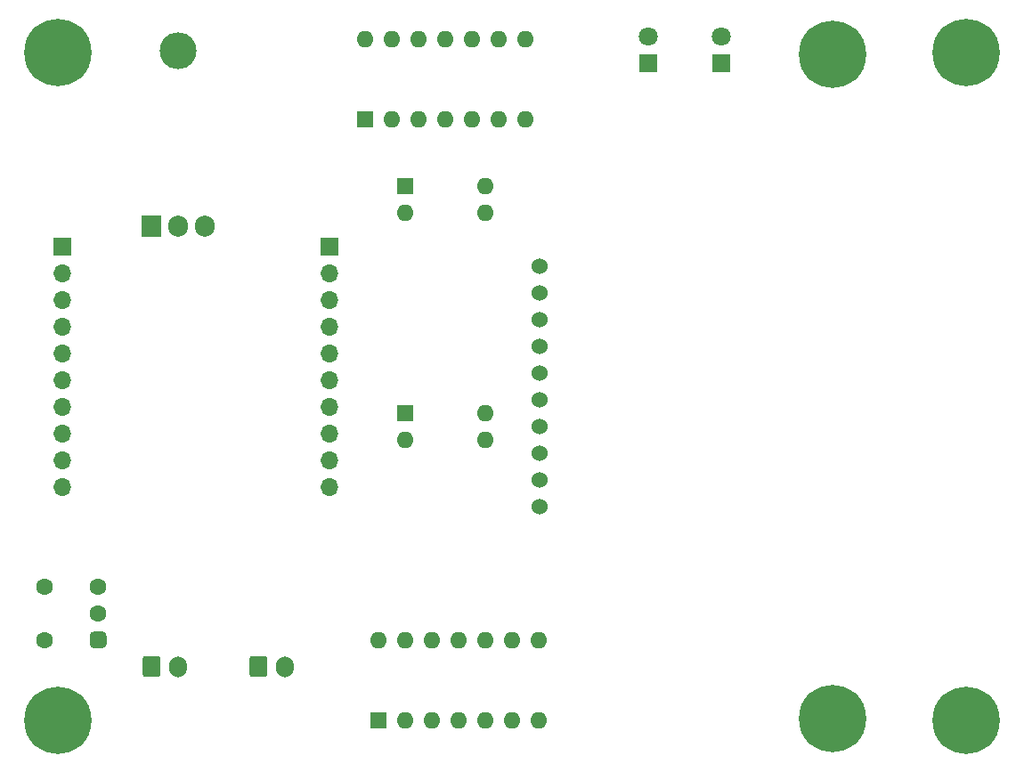
<source format=gbr>
%TF.GenerationSoftware,KiCad,Pcbnew,(5.1.9)-1*%
%TF.CreationDate,2022-07-08T18:11:12+09:00*%
%TF.ProjectId,Receiver,52656365-6976-4657-922e-6b696361645f,rev?*%
%TF.SameCoordinates,Original*%
%TF.FileFunction,Soldermask,Top*%
%TF.FilePolarity,Negative*%
%FSLAX46Y46*%
G04 Gerber Fmt 4.6, Leading zero omitted, Abs format (unit mm)*
G04 Created by KiCad (PCBNEW (5.1.9)-1) date 2022-07-08 18:11:12*
%MOMM*%
%LPD*%
G01*
G04 APERTURE LIST*
%ADD10C,6.400000*%
%ADD11C,0.800000*%
%ADD12R,1.700000X1.700000*%
%ADD13O,1.700000X1.700000*%
%ADD14O,1.700000X2.000000*%
%ADD15R,1.600000X1.600000*%
%ADD16O,1.600000X1.600000*%
%ADD17R,1.800000X1.800000*%
%ADD18C,1.800000*%
%ADD19C,1.524000*%
%ADD20O,3.500000X3.500000*%
%ADD21R,1.905000X2.000000*%
%ADD22O,1.905000X2.000000*%
%ADD23C,1.600000*%
G04 APERTURE END LIST*
D10*
%TO.C,REF\u002A\u002A*%
X177749200Y-148437600D03*
D11*
X180149200Y-148437600D03*
X179446256Y-150134656D03*
X177749200Y-150837600D03*
X176052144Y-150134656D03*
X175349200Y-148437600D03*
X176052144Y-146740544D03*
X177749200Y-146037600D03*
X179446256Y-146740544D03*
%TD*%
%TO.C,REF\u002A\u002A*%
X179497056Y-83596144D03*
X177800000Y-82893200D03*
X176102944Y-83596144D03*
X175400000Y-85293200D03*
X176102944Y-86990256D03*
X177800000Y-87693200D03*
X179497056Y-86990256D03*
X180200000Y-85293200D03*
D10*
X177800000Y-85293200D03*
%TD*%
D12*
%TO.C,J3*%
X104540000Y-103580000D03*
D13*
X104540000Y-106120000D03*
X104540000Y-108660000D03*
X104540000Y-111200000D03*
X104540000Y-113740000D03*
X104540000Y-116280000D03*
X104540000Y-118820000D03*
X104540000Y-121360000D03*
X104540000Y-123900000D03*
X104540000Y-126440000D03*
%TD*%
%TO.C,J4*%
X129940000Y-126440000D03*
X129940000Y-123900000D03*
X129940000Y-121360000D03*
X129940000Y-118820000D03*
X129940000Y-116280000D03*
X129940000Y-113740000D03*
X129940000Y-111200000D03*
X129940000Y-108660000D03*
X129940000Y-106120000D03*
D12*
X129940000Y-103580000D03*
%TD*%
%TO.C,J5*%
G36*
G01*
X122340000Y-144260000D02*
X122340000Y-142760000D01*
G75*
G02*
X122590000Y-142510000I250000J0D01*
G01*
X123790000Y-142510000D01*
G75*
G02*
X124040000Y-142760000I0J-250000D01*
G01*
X124040000Y-144260000D01*
G75*
G02*
X123790000Y-144510000I-250000J0D01*
G01*
X122590000Y-144510000D01*
G75*
G02*
X122340000Y-144260000I0J250000D01*
G01*
G37*
D14*
X125690000Y-143510000D03*
%TD*%
%TO.C,J6*%
G36*
G01*
X112180000Y-144260000D02*
X112180000Y-142760000D01*
G75*
G02*
X112430000Y-142510000I250000J0D01*
G01*
X113630000Y-142510000D01*
G75*
G02*
X113880000Y-142760000I0J-250000D01*
G01*
X113880000Y-144260000D01*
G75*
G02*
X113630000Y-144510000I-250000J0D01*
G01*
X112430000Y-144510000D01*
G75*
G02*
X112180000Y-144260000I0J250000D01*
G01*
G37*
X115530000Y-143510000D03*
%TD*%
D15*
%TO.C,U1*%
X137160000Y-97790000D03*
D16*
X144780000Y-100330000D03*
X137160000Y-100330000D03*
X144780000Y-97790000D03*
%TD*%
D17*
%TO.C,D1*%
X160220000Y-86120000D03*
D18*
X160220000Y-83580000D03*
%TD*%
%TO.C,D2*%
X167220000Y-83580000D03*
D17*
X167220000Y-86120000D03*
%TD*%
D10*
%TO.C,H1*%
X104140000Y-85090000D03*
D11*
X106540000Y-85090000D03*
X105837056Y-86787056D03*
X104140000Y-87490000D03*
X102442944Y-86787056D03*
X101740000Y-85090000D03*
X102442944Y-83392944D03*
X104140000Y-82690000D03*
X105837056Y-83392944D03*
%TD*%
%TO.C,H2*%
X105837056Y-146892944D03*
X104140000Y-146190000D03*
X102442944Y-146892944D03*
X101740000Y-148590000D03*
X102442944Y-150287056D03*
X104140000Y-150990000D03*
X105837056Y-150287056D03*
X106540000Y-148590000D03*
D10*
X104140000Y-148590000D03*
%TD*%
%TO.C,H3*%
X190500000Y-148590000D03*
D11*
X192900000Y-148590000D03*
X192197056Y-150287056D03*
X190500000Y-150990000D03*
X188802944Y-150287056D03*
X188100000Y-148590000D03*
X188802944Y-146892944D03*
X190500000Y-146190000D03*
X192197056Y-146892944D03*
%TD*%
%TO.C,H4*%
X192197056Y-83392944D03*
X190500000Y-82690000D03*
X188802944Y-83392944D03*
X188100000Y-85090000D03*
X188802944Y-86787056D03*
X190500000Y-87490000D03*
X192197056Y-86787056D03*
X192900000Y-85090000D03*
D10*
X190500000Y-85090000D03*
%TD*%
D15*
%TO.C,SW2*%
X137160000Y-119380000D03*
D16*
X144780000Y-121920000D03*
X137160000Y-121920000D03*
X144780000Y-119380000D03*
%TD*%
D19*
%TO.C,U2*%
X149936200Y-113055400D03*
X149936200Y-115595400D03*
X149936200Y-118135400D03*
X149936200Y-120675400D03*
X149936200Y-123215400D03*
X149936200Y-125755400D03*
X149936200Y-128295400D03*
X149936200Y-110515400D03*
X149936200Y-107975400D03*
X149936200Y-105435400D03*
%TD*%
D20*
%TO.C,U3*%
X115570000Y-84940000D03*
D21*
X113030000Y-101600000D03*
D22*
X115570000Y-101600000D03*
X118110000Y-101600000D03*
%TD*%
D15*
%TO.C,U4*%
X134620000Y-148590000D03*
D16*
X149860000Y-140970000D03*
X137160000Y-148590000D03*
X147320000Y-140970000D03*
X139700000Y-148590000D03*
X144780000Y-140970000D03*
X142240000Y-148590000D03*
X142240000Y-140970000D03*
X144780000Y-148590000D03*
X139700000Y-140970000D03*
X147320000Y-148590000D03*
X137160000Y-140970000D03*
X149860000Y-148590000D03*
X134620000Y-140970000D03*
%TD*%
%TO.C,U5*%
X133350000Y-83820000D03*
X148590000Y-91440000D03*
X135890000Y-83820000D03*
X146050000Y-91440000D03*
X138430000Y-83820000D03*
X143510000Y-91440000D03*
X140970000Y-83820000D03*
X140970000Y-91440000D03*
X143510000Y-83820000D03*
X138430000Y-91440000D03*
X146050000Y-83820000D03*
X135890000Y-91440000D03*
X148590000Y-83820000D03*
D15*
X133350000Y-91440000D03*
%TD*%
D23*
%TO.C,SW1*%
X102870000Y-135890000D03*
X102870000Y-140970000D03*
G36*
G01*
X107150000Y-141370000D02*
X107150000Y-140570000D01*
G75*
G02*
X107550000Y-140170000I400000J0D01*
G01*
X108350000Y-140170000D01*
G75*
G02*
X108750000Y-140570000I0J-400000D01*
G01*
X108750000Y-141370000D01*
G75*
G02*
X108350000Y-141770000I-400000J0D01*
G01*
X107550000Y-141770000D01*
G75*
G02*
X107150000Y-141370000I0J400000D01*
G01*
G37*
X107950000Y-138430000D03*
X107950000Y-135890000D03*
%TD*%
M02*

</source>
